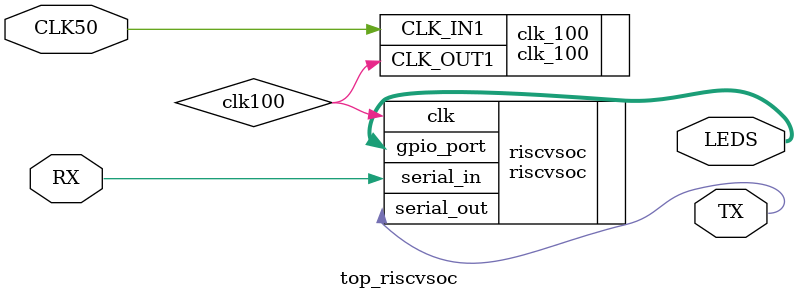
<source format=v>

`timescale 1ns/10ps

module top_riscvsoc(input CLK50, 
					output TX,
					input RX,
					output [7:0] LEDS
);
wire clk100;
/*
wire              clk50dcm, clk100dcm, clk100;
DCM dcm100 (.CLKIN(CLK50), .RST(1'b0), .CLKFB(clk50dcm), .CLK0(clk50dcm), .CLK2X(clk100dcm));
defparam dcm100.CLKIN_PERIOD = 20.0;
BUFG buf100 (.I(clk100dcm), .O(clk100));
*/
clk_100 clk_100(.CLK_IN1(CLK50),.CLK_OUT1(clk100));

riscvsoc riscvsoc(.clk(clk100),.serial_out(TX),.serial_in(RX),.gpio_port(LEDS));

//assign LED=!TX;
endmodule

</source>
